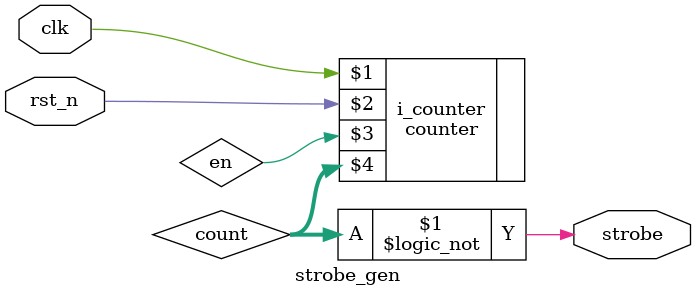
<source format=v>
`include "config.vh"

module strobe_gen
# (
    parameter w = 24
)
(
    input  clk,
    input  rst_n,
    output strobe
);

    wire [w - 1:0] count; 

    counter # (w) i_counter (clk, rst_n, en, count);
    assign strobe = (count == { w { 1'b0 } } );

endmodule

</source>
